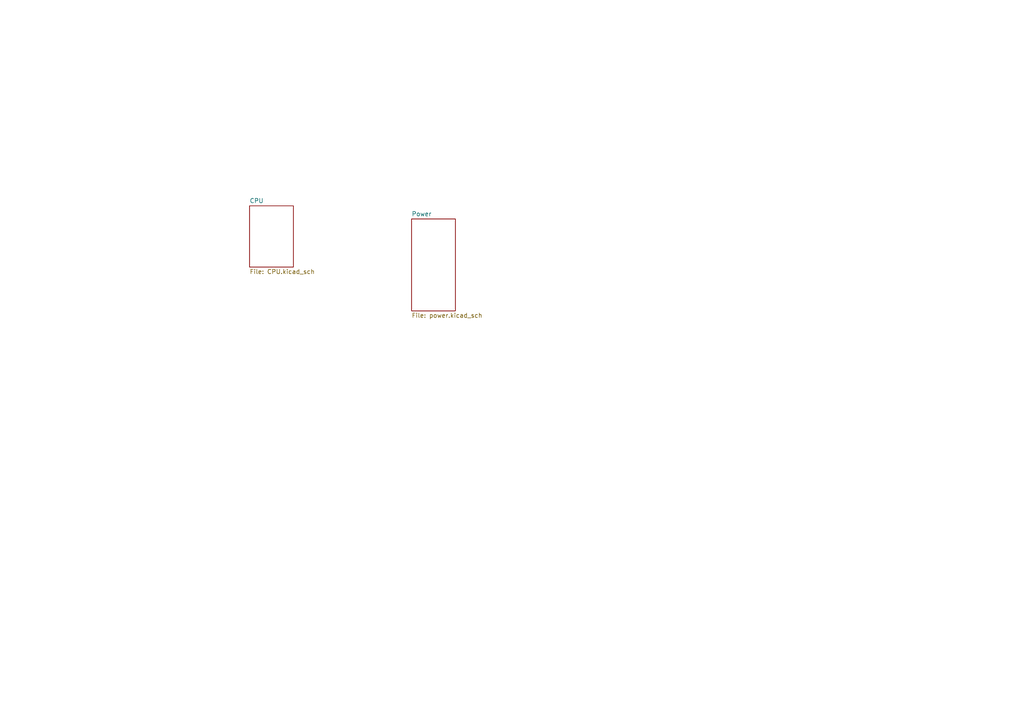
<source format=kicad_sch>
(kicad_sch
	(version 20231120)
	(generator "eeschema")
	(generator_version "8.0")
	(uuid "b788b0a3-c120-4c2d-9cd0-5e95a440d484")
	(paper "A4")
	(title_block
		(title "Main")
		(rev "A")
	)
	(lib_symbols)
	(sheet
		(at 72.39 59.69)
		(size 12.7 17.78)
		(fields_autoplaced yes)
		(stroke
			(width 0.1524)
			(type solid)
		)
		(fill
			(color 0 0 0 0.0000)
		)
		(uuid "5deee7fe-e2a2-4fdb-ae67-c8992395645b")
		(property "Sheetname" "CPU"
			(at 72.39 58.9784 0)
			(effects
				(font
					(size 1.27 1.27)
				)
				(justify left bottom)
			)
		)
		(property "Sheetfile" "CPU.kicad_sch"
			(at 72.39 78.0546 0)
			(effects
				(font
					(size 1.27 1.27)
				)
				(justify left top)
			)
		)
		(instances
			(project "NginR"
				(path "/b788b0a3-c120-4c2d-9cd0-5e95a440d484"
					(page "2")
				)
			)
		)
	)
	(sheet
		(at 119.38 63.5)
		(size 12.7 26.67)
		(fields_autoplaced yes)
		(stroke
			(width 0.1524)
			(type solid)
		)
		(fill
			(color 0 0 0 0.0000)
		)
		(uuid "ca3820b4-55cb-4b6a-942a-14b7e9ba5688")
		(property "Sheetname" "Power"
			(at 119.38 62.7884 0)
			(effects
				(font
					(size 1.27 1.27)
				)
				(justify left bottom)
			)
		)
		(property "Sheetfile" "power.kicad_sch"
			(at 119.38 90.7546 0)
			(effects
				(font
					(size 1.27 1.27)
				)
				(justify left top)
			)
		)
		(instances
			(project "NginR"
				(path "/b788b0a3-c120-4c2d-9cd0-5e95a440d484"
					(page "3")
				)
			)
		)
	)
	(sheet_instances
		(path "/"
			(page "1")
		)
	)
)

</source>
